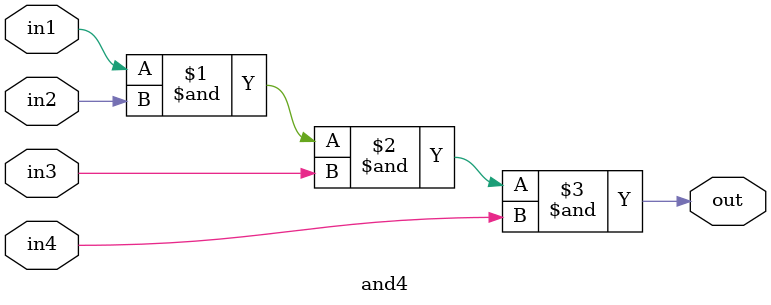
<source format=v>


module and4(in1, in2, in3, in4, out);
	input in1, in2, in3, in4;
	output out;

	assign out = in1 & in2 & in3 & in4;

endmodule 
</source>
